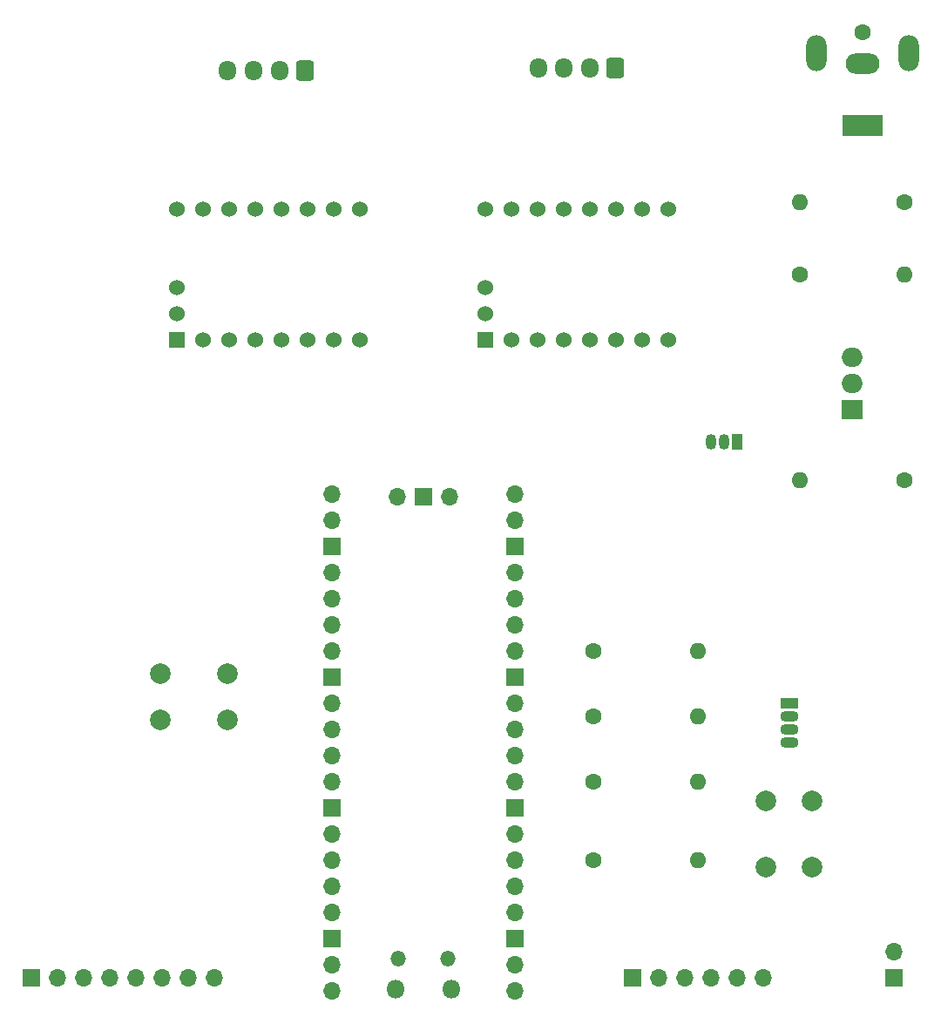
<source format=gbr>
%TF.GenerationSoftware,KiCad,Pcbnew,6.0.8-f2edbf62ab~116~ubuntu22.04.1*%
%TF.CreationDate,2022-10-12T11:28:17-04:00*%
%TF.ProjectId,can-crusher,63616e2d-6372-4757-9368-65722e6b6963,1*%
%TF.SameCoordinates,Original*%
%TF.FileFunction,Soldermask,Bot*%
%TF.FilePolarity,Negative*%
%FSLAX46Y46*%
G04 Gerber Fmt 4.6, Leading zero omitted, Abs format (unit mm)*
G04 Created by KiCad (PCBNEW 6.0.8-f2edbf62ab~116~ubuntu22.04.1) date 2022-10-12 11:28:17*
%MOMM*%
%LPD*%
G01*
G04 APERTURE LIST*
G04 Aperture macros list*
%AMRoundRect*
0 Rectangle with rounded corners*
0 $1 Rounding radius*
0 $2 $3 $4 $5 $6 $7 $8 $9 X,Y pos of 4 corners*
0 Add a 4 corners polygon primitive as box body*
4,1,4,$2,$3,$4,$5,$6,$7,$8,$9,$2,$3,0*
0 Add four circle primitives for the rounded corners*
1,1,$1+$1,$2,$3*
1,1,$1+$1,$4,$5*
1,1,$1+$1,$6,$7*
1,1,$1+$1,$8,$9*
0 Add four rect primitives between the rounded corners*
20,1,$1+$1,$2,$3,$4,$5,0*
20,1,$1+$1,$4,$5,$6,$7,0*
20,1,$1+$1,$6,$7,$8,$9,0*
20,1,$1+$1,$8,$9,$2,$3,0*%
G04 Aperture macros list end*
%ADD10R,1.800000X1.070000*%
%ADD11O,1.800000X1.070000*%
%ADD12R,2.000000X1.905000*%
%ADD13O,2.000000X1.905000*%
%ADD14C,1.600000*%
%ADD15O,1.600000X1.600000*%
%ADD16RoundRect,0.250000X0.600000X0.725000X-0.600000X0.725000X-0.600000X-0.725000X0.600000X-0.725000X0*%
%ADD17O,1.700000X1.950000*%
%ADD18R,1.524000X1.524000*%
%ADD19C,1.524000*%
%ADD20R,1.050000X1.500000*%
%ADD21O,1.050000X1.500000*%
%ADD22R,1.700000X1.700000*%
%ADD23O,1.700000X1.700000*%
%ADD24C,2.000000*%
%ADD25O,1.800000X1.800000*%
%ADD26O,1.500000X1.500000*%
%ADD27R,4.000000X2.000000*%
%ADD28O,3.300000X2.000000*%
%ADD29O,2.000000X3.500000*%
G04 APERTURE END LIST*
D10*
%TO.C,D1*%
X182880000Y-120650000D03*
D11*
X182880000Y-121920000D03*
X182880000Y-123190000D03*
X182880000Y-124460000D03*
%TD*%
D12*
%TO.C,Q1*%
X189000000Y-92080000D03*
D13*
X189000000Y-89540000D03*
X189000000Y-87000000D03*
%TD*%
D14*
%TO.C,R1*%
X163830000Y-135890000D03*
D15*
X173990000Y-135890000D03*
%TD*%
D14*
%TO.C,R5*%
X194080000Y-72000000D03*
D15*
X183920000Y-72000000D03*
%TD*%
D16*
%TO.C,J1*%
X166000000Y-58945000D03*
D17*
X163500000Y-58945000D03*
X161000000Y-58945000D03*
X158500000Y-58945000D03*
%TD*%
D18*
%TO.C,U1*%
X153362500Y-85350000D03*
D19*
X155902500Y-85350000D03*
X158442500Y-85350000D03*
X160982500Y-85350000D03*
X163522500Y-85350000D03*
X166062500Y-85350000D03*
X168602500Y-85350000D03*
X171142500Y-85350000D03*
X171142500Y-72650000D03*
X168602500Y-72650000D03*
X166062500Y-72650000D03*
X163522500Y-72650000D03*
X160982500Y-72650000D03*
X158442500Y-72650000D03*
X155902500Y-72650000D03*
X153362500Y-72650000D03*
X153362500Y-80270000D03*
X153362500Y-82810000D03*
%TD*%
D14*
%TO.C,R4*%
X163830000Y-115570000D03*
D15*
X173990000Y-115570000D03*
%TD*%
D20*
%TO.C,Q2*%
X177800000Y-95250000D03*
D21*
X176530000Y-95250000D03*
X175260000Y-95250000D03*
%TD*%
D14*
%TO.C,R3*%
X163830000Y-121920000D03*
D15*
X173990000Y-121920000D03*
%TD*%
D14*
%TO.C,R7*%
X183920000Y-79000000D03*
D15*
X194080000Y-79000000D03*
%TD*%
D22*
%TO.C,J2*%
X167640000Y-147320000D03*
D23*
X170180000Y-147320000D03*
X172720000Y-147320000D03*
X175260000Y-147320000D03*
X177800000Y-147320000D03*
X180340000Y-147320000D03*
%TD*%
D24*
%TO.C,SW2*%
X185130000Y-136600000D03*
X185130000Y-130100000D03*
X180630000Y-136600000D03*
X180630000Y-130100000D03*
%TD*%
D14*
%TO.C,R2*%
X163830000Y-128270000D03*
D15*
X173990000Y-128270000D03*
%TD*%
D22*
%TO.C,J6*%
X109220000Y-147320000D03*
D23*
X111760000Y-147320000D03*
X114300000Y-147320000D03*
X116840000Y-147320000D03*
X119380000Y-147320000D03*
X121920000Y-147320000D03*
X124460000Y-147320000D03*
X127000000Y-147320000D03*
%TD*%
D25*
%TO.C,U2*%
X150045000Y-148460000D03*
D26*
X149745000Y-145430000D03*
D25*
X144595000Y-148460000D03*
D26*
X144895000Y-145430000D03*
D23*
X156210000Y-148590000D03*
X156210000Y-146050000D03*
D22*
X156210000Y-143510000D03*
D23*
X156210000Y-140970000D03*
X156210000Y-138430000D03*
X156210000Y-135890000D03*
X156210000Y-133350000D03*
D22*
X156210000Y-130810000D03*
D23*
X156210000Y-128270000D03*
X156210000Y-125730000D03*
X156210000Y-123190000D03*
X156210000Y-120650000D03*
D22*
X156210000Y-118110000D03*
D23*
X156210000Y-115570000D03*
X156210000Y-113030000D03*
X156210000Y-110490000D03*
X156210000Y-107950000D03*
D22*
X156210000Y-105410000D03*
D23*
X156210000Y-102870000D03*
X156210000Y-100330000D03*
X138430000Y-100330000D03*
X138430000Y-102870000D03*
D22*
X138430000Y-105410000D03*
D23*
X138430000Y-107950000D03*
X138430000Y-110490000D03*
X138430000Y-113030000D03*
X138430000Y-115570000D03*
D22*
X138430000Y-118110000D03*
D23*
X138430000Y-120650000D03*
X138430000Y-123190000D03*
X138430000Y-125730000D03*
X138430000Y-128270000D03*
D22*
X138430000Y-130810000D03*
D23*
X138430000Y-133350000D03*
X138430000Y-135890000D03*
X138430000Y-138430000D03*
X138430000Y-140970000D03*
D22*
X138430000Y-143510000D03*
D23*
X138430000Y-146050000D03*
X138430000Y-148590000D03*
X149860000Y-100560000D03*
D22*
X147320000Y-100560000D03*
D23*
X144780000Y-100560000D03*
%TD*%
D14*
%TO.C,J5*%
X190000000Y-55500000D03*
D27*
X190000000Y-64500000D03*
D28*
X190000000Y-58500000D03*
D29*
X194500000Y-57500000D03*
X185500000Y-57500000D03*
%TD*%
D14*
%TO.C,R6*%
X194080000Y-99000000D03*
D15*
X183920000Y-99000000D03*
%TD*%
D16*
%TO.C,J4*%
X135830000Y-59199000D03*
D17*
X133330000Y-59199000D03*
X130830000Y-59199000D03*
X128330000Y-59199000D03*
%TD*%
D18*
%TO.C,U3*%
X123362500Y-85350000D03*
D19*
X125902500Y-85350000D03*
X128442500Y-85350000D03*
X130982500Y-85350000D03*
X133522500Y-85350000D03*
X136062500Y-85350000D03*
X138602500Y-85350000D03*
X141142500Y-85350000D03*
X141142500Y-72650000D03*
X138602500Y-72650000D03*
X136062500Y-72650000D03*
X133522500Y-72650000D03*
X130982500Y-72650000D03*
X128442500Y-72650000D03*
X125902500Y-72650000D03*
X123362500Y-72650000D03*
X123362500Y-80270000D03*
X123362500Y-82810000D03*
%TD*%
D24*
%TO.C,SW1*%
X121750000Y-117750000D03*
X128250000Y-117750000D03*
X121750000Y-122250000D03*
X128250000Y-122250000D03*
%TD*%
D22*
%TO.C,J3*%
X193040000Y-147320000D03*
D23*
X193040000Y-144780000D03*
%TD*%
M02*

</source>
